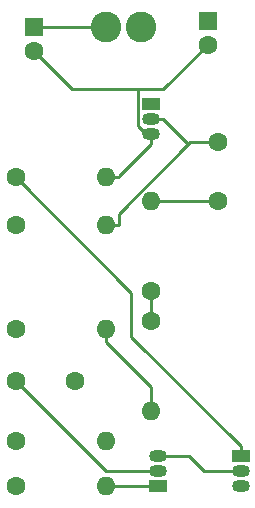
<source format=gbr>
G04 #@! TF.GenerationSoftware,KiCad,Pcbnew,(2017-12-21 revision 23d71cfa9)-makepkg*
G04 #@! TF.CreationDate,2018-07-16T19:44:21-04:00*
G04 #@! TF.ProjectId,OdysseyDaughterCardHorizSyncGenerator,4F647973736579446175676874657243,0.1*
G04 #@! TF.SameCoordinates,Original*
G04 #@! TF.FileFunction,Copper,L1,Top,Signal*
G04 #@! TF.FilePolarity,Positive*
%FSLAX46Y46*%
G04 Gerber Fmt 4.6, Leading zero omitted, Abs format (unit mm)*
G04 Created by KiCad (PCBNEW (2017-12-21 revision 23d71cfa9)-makepkg) date 07/16/18 19:44:21*
%MOMM*%
%LPD*%
G01*
G04 APERTURE LIST*
%ADD10C,1.600000*%
%ADD11R,1.600000X1.600000*%
%ADD12C,2.600000*%
%ADD13O,1.500000X1.050000*%
%ADD14R,1.500000X1.050000*%
%ADD15O,1.600000X1.600000*%
%ADD16C,0.250000*%
G04 APERTURE END LIST*
D10*
X154305000Y-96520000D03*
X154305000Y-91520000D03*
X142160000Y-111760000D03*
X137160000Y-111760000D03*
D11*
X138684000Y-81788000D03*
D10*
X138684000Y-83788000D03*
X153416000Y-83280000D03*
D11*
X153416000Y-81280000D03*
D12*
X144780000Y-81788000D03*
X147780000Y-81788000D03*
D13*
X148590000Y-89535000D03*
X148590000Y-90805000D03*
D14*
X148590000Y-88265000D03*
X149225000Y-120650000D03*
D13*
X149225000Y-118110000D03*
X149225000Y-119380000D03*
X156210000Y-119380000D03*
X156210000Y-120650000D03*
D14*
X156210000Y-118110000D03*
D15*
X144780000Y-120650000D03*
D10*
X137160000Y-120650000D03*
X137160000Y-98552000D03*
D15*
X144780000Y-98552000D03*
D10*
X137160000Y-116840000D03*
D15*
X144780000Y-116840000D03*
X148590000Y-96520000D03*
D10*
X148590000Y-104140000D03*
X137160000Y-107315000D03*
D15*
X144780000Y-107315000D03*
X148590000Y-114300000D03*
D10*
X148590000Y-106680000D03*
X137160000Y-94488000D03*
D15*
X144780000Y-94488000D03*
D16*
X148590000Y-96520000D02*
X154305000Y-96520000D01*
X144780000Y-98552000D02*
X145905300Y-98552000D01*
X148590000Y-89535000D02*
X149665300Y-89535000D01*
X149665300Y-89535000D02*
X151801500Y-91671200D01*
X145905300Y-97567400D02*
X151801500Y-91671200D01*
X145905300Y-98552000D02*
X145905300Y-97567400D01*
X151952700Y-91520000D02*
X154305000Y-91520000D01*
X151801500Y-91671200D02*
X151952700Y-91520000D01*
X144780000Y-119380000D02*
X137160000Y-111760000D01*
X149225000Y-119380000D02*
X144780000Y-119380000D01*
X144780000Y-81788000D02*
X138684000Y-81788000D01*
X145905300Y-94340000D02*
X148590000Y-91655300D01*
X145905300Y-94488000D02*
X145905300Y-94340000D01*
X144780000Y-94488000D02*
X145905300Y-94488000D01*
X148590000Y-112250300D02*
X148590000Y-114300000D01*
X144780000Y-108440300D02*
X148590000Y-112250300D01*
X144780000Y-107315000D02*
X144780000Y-108440300D01*
X148590000Y-90805000D02*
X148590000Y-91230100D01*
X148590000Y-91230100D02*
X148590000Y-91655300D01*
X147514600Y-90154700D02*
X147514600Y-87030700D01*
X148590000Y-91230100D02*
X147514600Y-90154700D01*
X149665300Y-87030700D02*
X147514600Y-87030700D01*
X153416000Y-83280000D02*
X149665300Y-87030700D01*
X141926700Y-87030700D02*
X138684000Y-83788000D01*
X147514600Y-87030700D02*
X141926700Y-87030700D01*
X144780000Y-120650000D02*
X149225000Y-120650000D01*
X153088800Y-119380000D02*
X156210000Y-119380000D01*
X151818800Y-118110000D02*
X153088800Y-119380000D01*
X149225000Y-118110000D02*
X151818800Y-118110000D01*
X148590000Y-106680000D02*
X148590000Y-104140000D01*
X146948700Y-107998400D02*
X156210000Y-117259700D01*
X146948700Y-104276700D02*
X146948700Y-107998400D01*
X137160000Y-94488000D02*
X146948700Y-104276700D01*
X156210000Y-118110000D02*
X156210000Y-117259700D01*
M02*

</source>
